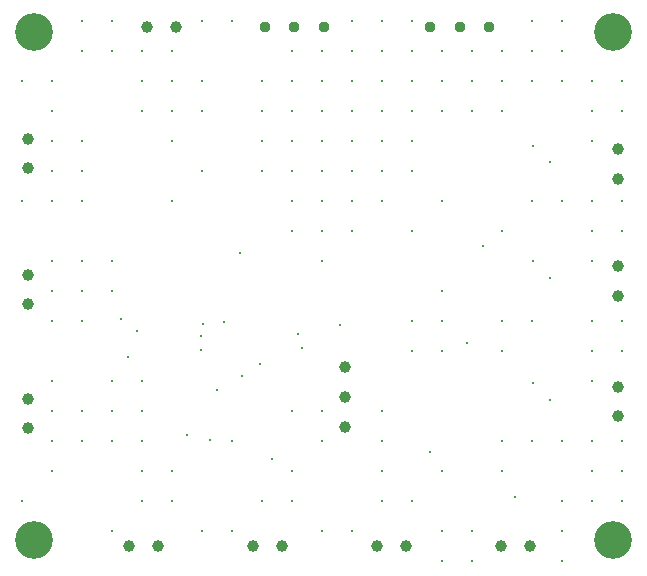
<source format=gbr>
%TF.GenerationSoftware,KiCad,Pcbnew,7.0.11-rc3*%
%TF.CreationDate,2025-03-16T23:26:45+08:00*%
%TF.ProjectId,dashboard,64617368-626f-4617-9264-2e6b69636164,rev?*%
%TF.SameCoordinates,Original*%
%TF.FileFunction,Plated,1,2,PTH,Drill*%
%TF.FilePolarity,Positive*%
%FSLAX46Y46*%
G04 Gerber Fmt 4.6, Leading zero omitted, Abs format (unit mm)*
G04 Created by KiCad (PCBNEW 7.0.11-rc3) date 2025-03-16 23:26:45*
%MOMM*%
%LPD*%
G01*
G04 APERTURE LIST*
%TA.AperFunction,ViaDrill*%
%ADD10C,0.300000*%
%TD*%
%TA.AperFunction,ComponentDrill*%
%ADD11C,0.950000*%
%TD*%
%TA.AperFunction,ComponentDrill*%
%ADD12C,1.000000*%
%TD*%
%TA.AperFunction,ComponentDrill*%
%ADD13C,3.200000*%
%TD*%
G04 APERTURE END LIST*
D10*
X61490000Y-52570000D03*
X61490000Y-62730000D03*
X61490000Y-88130000D03*
X64030000Y-52570000D03*
X64030000Y-55110000D03*
X64030000Y-57650000D03*
X64030000Y-60190000D03*
X64030000Y-62730000D03*
X64030000Y-67810000D03*
X64030000Y-70350000D03*
X64030000Y-72890000D03*
X64030000Y-77970000D03*
X64030000Y-80510000D03*
X64030000Y-83050000D03*
X64030000Y-85590000D03*
X66570000Y-47490000D03*
X66570000Y-50030000D03*
X66570000Y-57650000D03*
X66570000Y-60190000D03*
X66570000Y-62730000D03*
X66570000Y-67810000D03*
X66570000Y-70350000D03*
X66570000Y-72890000D03*
X66570000Y-80510000D03*
X66570000Y-83050000D03*
X69110000Y-47490000D03*
X69110000Y-50030000D03*
X69110000Y-67810000D03*
X69110000Y-70350000D03*
X69110000Y-77970000D03*
X69110000Y-80510000D03*
X69110000Y-83050000D03*
X69110000Y-90670000D03*
X69800000Y-72800000D03*
X70400000Y-76000000D03*
X71200000Y-73800000D03*
X71650000Y-50030000D03*
X71650000Y-52570000D03*
X71650000Y-55110000D03*
X71650000Y-77970000D03*
X71650000Y-80510000D03*
X71650000Y-83050000D03*
X71650000Y-85590000D03*
X71650000Y-88130000D03*
X74190000Y-50030000D03*
X74190000Y-52570000D03*
X74190000Y-55110000D03*
X74190000Y-57650000D03*
X74190000Y-62730000D03*
X74190000Y-85590000D03*
X74190000Y-88130000D03*
X75400000Y-82600000D03*
X76600000Y-74200000D03*
X76600000Y-75400000D03*
X76730000Y-47490000D03*
X76730000Y-52570000D03*
X76730000Y-55110000D03*
X76730000Y-60190000D03*
X76730000Y-90670000D03*
X76800000Y-73200000D03*
X77400000Y-83000000D03*
X77950000Y-78750000D03*
X78600000Y-73000000D03*
X79270000Y-47490000D03*
X79270000Y-83050000D03*
X79270000Y-90670000D03*
X79900000Y-67200000D03*
X80100000Y-77600000D03*
X81600000Y-76600000D03*
X81810000Y-52570000D03*
X81810000Y-55110000D03*
X81810000Y-57650000D03*
X81810000Y-60190000D03*
X81810000Y-88130000D03*
X82600000Y-84600000D03*
X84350000Y-50030000D03*
X84350000Y-52570000D03*
X84350000Y-55110000D03*
X84350000Y-57650000D03*
X84350000Y-60190000D03*
X84350000Y-62730000D03*
X84350000Y-65270000D03*
X84350000Y-80510000D03*
X84350000Y-85590000D03*
X84350000Y-88130000D03*
X84800000Y-74000000D03*
X85200000Y-75200000D03*
X86890000Y-50030000D03*
X86890000Y-52570000D03*
X86890000Y-55110000D03*
X86890000Y-57650000D03*
X86890000Y-60190000D03*
X86890000Y-62730000D03*
X86890000Y-65270000D03*
X86890000Y-67810000D03*
X86890000Y-80510000D03*
X86890000Y-83050000D03*
X86890000Y-90670000D03*
X88400000Y-73300000D03*
X89430000Y-47490000D03*
X89430000Y-50030000D03*
X89430000Y-52570000D03*
X89430000Y-55110000D03*
X89430000Y-57650000D03*
X89430000Y-60190000D03*
X89430000Y-62730000D03*
X89430000Y-65270000D03*
X89430000Y-90670000D03*
X91970000Y-47490000D03*
X91970000Y-50030000D03*
X91970000Y-52570000D03*
X91970000Y-55110000D03*
X91970000Y-57650000D03*
X91970000Y-60190000D03*
X91970000Y-62730000D03*
X91970000Y-80510000D03*
X91970000Y-83050000D03*
X91970000Y-85590000D03*
X91970000Y-88130000D03*
X94510000Y-47490000D03*
X94510000Y-50030000D03*
X94510000Y-52570000D03*
X94510000Y-55110000D03*
X94510000Y-57650000D03*
X94510000Y-60190000D03*
X94510000Y-65270000D03*
X94510000Y-72890000D03*
X94510000Y-75430000D03*
X94510000Y-88130000D03*
X96000000Y-84000000D03*
X97050000Y-50030000D03*
X97050000Y-52570000D03*
X97050000Y-55110000D03*
X97050000Y-62730000D03*
X97050000Y-70350000D03*
X97050000Y-72890000D03*
X97050000Y-75430000D03*
X97050000Y-85590000D03*
X97050000Y-90670000D03*
X97050000Y-93210000D03*
X99100000Y-74800000D03*
X99590000Y-50030000D03*
X99590000Y-52570000D03*
X99590000Y-55110000D03*
X99590000Y-90670000D03*
X99590000Y-93210000D03*
X100500000Y-66600000D03*
X102130000Y-50030000D03*
X102130000Y-52570000D03*
X102130000Y-55110000D03*
X102130000Y-65270000D03*
X102130000Y-72890000D03*
X102130000Y-75430000D03*
X102130000Y-83050000D03*
X102130000Y-85590000D03*
X103200000Y-87800000D03*
X104670000Y-47490000D03*
X104670000Y-50030000D03*
X104670000Y-52570000D03*
X104670000Y-62730000D03*
X104670000Y-72890000D03*
X104670000Y-83050000D03*
X104720000Y-58086625D03*
X104720000Y-67880000D03*
X104720000Y-78186625D03*
X106120000Y-59486625D03*
X106120000Y-69280000D03*
X106120000Y-79586625D03*
X107210000Y-47490000D03*
X107210000Y-50030000D03*
X107210000Y-52570000D03*
X107210000Y-62730000D03*
X107210000Y-83050000D03*
X107210000Y-88130000D03*
X107210000Y-90670000D03*
X107210000Y-93210000D03*
X109750000Y-52570000D03*
X109750000Y-55110000D03*
X109750000Y-57650000D03*
X109750000Y-62730000D03*
X109750000Y-65270000D03*
X109750000Y-67810000D03*
X109750000Y-72890000D03*
X109750000Y-75430000D03*
X109750000Y-77970000D03*
X109750000Y-83050000D03*
X109750000Y-85590000D03*
X109750000Y-88130000D03*
X112290000Y-52570000D03*
X112290000Y-55110000D03*
X112290000Y-62730000D03*
X112290000Y-65270000D03*
X112290000Y-72890000D03*
X112290000Y-75430000D03*
X112290000Y-83050000D03*
X112290000Y-85590000D03*
X112290000Y-88130000D03*
D11*
%TO.C,J11*%
X82000000Y-48000000D03*
X84500000Y-48000000D03*
X87000000Y-48000000D03*
%TO.C,J13*%
X96000000Y-48000000D03*
X98500000Y-48000000D03*
X101000000Y-48000000D03*
D12*
%TO.C,J7*%
X62000000Y-57500000D03*
X62000000Y-60000000D03*
%TO.C,J8*%
X62000000Y-69000000D03*
X62000000Y-71500000D03*
%TO.C,J9*%
X62000000Y-79500000D03*
X62000000Y-82000000D03*
%TO.C,J6*%
X70500000Y-92000000D03*
%TO.C,J12*%
X72000000Y-48000000D03*
%TO.C,J6*%
X73000000Y-92000000D03*
%TO.C,J12*%
X74500000Y-48000000D03*
%TO.C,J5*%
X81000000Y-92000000D03*
X83500000Y-92000000D03*
%TO.C,J10*%
X88800000Y-76860000D03*
X88800000Y-79400000D03*
X88800000Y-81940000D03*
%TO.C,J4*%
X91500000Y-92000000D03*
X94000000Y-92000000D03*
%TO.C,J14*%
X102000000Y-92000000D03*
X104500000Y-92000000D03*
%TO.C,J1*%
X111920000Y-58386625D03*
X111920000Y-60886625D03*
%TO.C,J2*%
X111920000Y-68280000D03*
X111920000Y-70780000D03*
%TO.C,J3*%
X111920000Y-78486625D03*
X111920000Y-80986625D03*
D13*
%TO.C,H1*%
X62500000Y-48500000D03*
%TO.C,H2*%
X62500000Y-91500000D03*
%TO.C,H4*%
X111500000Y-48500000D03*
%TO.C,H3*%
X111500000Y-91500000D03*
M02*

</source>
